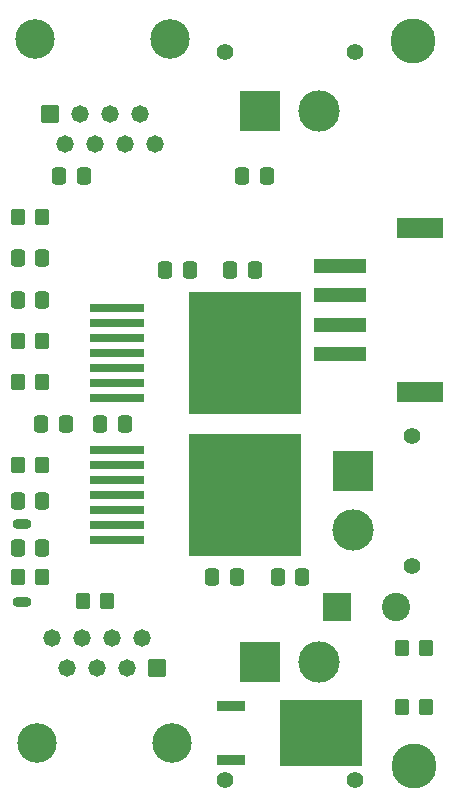
<source format=gbs>
%TF.GenerationSoftware,KiCad,Pcbnew,8.0.1-8.0.1-1~ubuntu22.04.1*%
%TF.CreationDate,2024-04-21T23:11:14-04:00*%
%TF.ProjectId,arm_drive_j2,61726d5f-6472-4697-9665-5f6a322e6b69,rev?*%
%TF.SameCoordinates,Original*%
%TF.FileFunction,Soldermask,Bot*%
%TF.FilePolarity,Negative*%
%FSLAX46Y46*%
G04 Gerber Fmt 4.6, Leading zero omitted, Abs format (unit mm)*
G04 Created by KiCad (PCBNEW 8.0.1-8.0.1-1~ubuntu22.04.1) date 2024-04-21 23:11:14*
%MOMM*%
%LPD*%
G01*
G04 APERTURE LIST*
G04 Aperture macros list*
%AMRoundRect*
0 Rectangle with rounded corners*
0 $1 Rounding radius*
0 $2 $3 $4 $5 $6 $7 $8 $9 X,Y pos of 4 corners*
0 Add a 4 corners polygon primitive as box body*
4,1,4,$2,$3,$4,$5,$6,$7,$8,$9,$2,$3,0*
0 Add four circle primitives for the rounded corners*
1,1,$1+$1,$2,$3*
1,1,$1+$1,$4,$5*
1,1,$1+$1,$6,$7*
1,1,$1+$1,$8,$9*
0 Add four rect primitives between the rounded corners*
20,1,$1+$1,$2,$3,$4,$5,0*
20,1,$1+$1,$4,$5,$6,$7,0*
20,1,$1+$1,$6,$7,$8,$9,0*
20,1,$1+$1,$8,$9,$2,$3,0*%
G04 Aperture macros list end*
%ADD10C,1.400000*%
%ADD11R,3.500000X3.500000*%
%ADD12C,3.500000*%
%ADD13O,1.600000X0.900000*%
%ADD14C,2.600000*%
%ADD15C,3.800000*%
%ADD16R,4.683400X0.762000*%
%ADD17R,9.557400X10.312400*%
%ADD18RoundRect,0.250000X0.350000X0.450000X-0.350000X0.450000X-0.350000X-0.450000X0.350000X-0.450000X0*%
%ADD19RoundRect,0.250000X0.337500X0.475000X-0.337500X0.475000X-0.337500X-0.475000X0.337500X-0.475000X0*%
%ADD20C,3.350000*%
%ADD21RoundRect,0.102000X-0.634000X-0.634000X0.634000X-0.634000X0.634000X0.634000X-0.634000X0.634000X0*%
%ADD22C,1.472000*%
%ADD23RoundRect,0.250000X-0.337500X-0.475000X0.337500X-0.475000X0.337500X0.475000X-0.337500X0.475000X0*%
%ADD24R,2.489200X0.939800*%
%ADD25R,7.016000X5.562600*%
%ADD26R,2.400000X2.400000*%
%ADD27C,2.400000*%
%ADD28RoundRect,0.250000X-0.350000X-0.450000X0.350000X-0.450000X0.350000X0.450000X-0.350000X0.450000X0*%
%ADD29R,3.911600X1.803400*%
%ADD30R,4.495800X1.295400*%
%ADD31RoundRect,0.102000X0.634000X0.634000X-0.634000X0.634000X-0.634000X-0.634000X0.634000X-0.634000X0*%
G04 APERTURE END LIST*
D10*
%TO.C,J8*%
X34000000Y-19000000D03*
X45000000Y-19000000D03*
D11*
X37000000Y-24000000D03*
D12*
X42000000Y-24000000D03*
%TD*%
D10*
%TO.C,J6*%
X45000000Y-80665000D03*
D11*
X37000000Y-70665000D03*
D10*
X34000000Y-80665000D03*
D12*
X42000000Y-70665000D03*
%TD*%
D13*
%TO.C,J1*%
X16825000Y-59000000D03*
X16825000Y-65600000D03*
%TD*%
D10*
%TO.C,J7*%
X49850000Y-51500000D03*
X49850000Y-62500000D03*
D11*
X44850000Y-54500000D03*
D12*
X44850000Y-59500000D03*
%TD*%
D14*
%TO.C,H3*%
X50000000Y-79500000D03*
D15*
X50000000Y-79500000D03*
%TD*%
D14*
%TO.C,H2*%
X49899999Y-18121321D03*
D15*
X49899999Y-18121321D03*
%TD*%
D16*
%TO.C,U5*%
X24841700Y-44500000D03*
X24841700Y-48310000D03*
X24841700Y-47040000D03*
X24841700Y-45770000D03*
X24841700Y-43230000D03*
X24841700Y-41960000D03*
X24841700Y-40690000D03*
D17*
X35721300Y-44500000D03*
%TD*%
D18*
%TO.C,R12*%
X18500000Y-33000000D03*
X16500000Y-33000000D03*
%TD*%
%TO.C,R8*%
X18500000Y-47000000D03*
X16500000Y-47000000D03*
%TD*%
D19*
%TO.C,C13*%
X20537500Y-50500000D03*
X18462500Y-50500000D03*
%TD*%
D20*
%TO.C,J3*%
X17946500Y-17880000D03*
X29378500Y-17880000D03*
D21*
X19217500Y-24230000D03*
D22*
X20487500Y-26770000D03*
X21757500Y-24230000D03*
X23027500Y-26770000D03*
X24297500Y-24230000D03*
X25567500Y-26770000D03*
X26837500Y-24230000D03*
X28107500Y-26770000D03*
%TD*%
D23*
%TO.C,C10*%
X23462500Y-50500000D03*
X25537500Y-50500000D03*
%TD*%
%TO.C,C12*%
X34462500Y-37500000D03*
X36537500Y-37500000D03*
%TD*%
D19*
%TO.C,C1*%
X22037500Y-29500000D03*
X19962500Y-29500000D03*
%TD*%
D18*
%TO.C,R9*%
X18500000Y-63500000D03*
X16500000Y-63500000D03*
%TD*%
D19*
%TO.C,C14*%
X18537500Y-36500000D03*
X16462500Y-36500000D03*
%TD*%
D24*
%TO.C,U3*%
X34500000Y-79000000D03*
D25*
X42122800Y-76714000D03*
D24*
X34500000Y-74428000D03*
%TD*%
D23*
%TO.C,C8*%
X28962500Y-37500000D03*
X31037500Y-37500000D03*
%TD*%
D26*
%TO.C,C6*%
X43500000Y-66000000D03*
D27*
X48500000Y-66000000D03*
%TD*%
D19*
%TO.C,C9*%
X18537500Y-57000000D03*
X16462500Y-57000000D03*
%TD*%
D18*
%TO.C,R1*%
X51000000Y-74500000D03*
X49000000Y-74500000D03*
%TD*%
D19*
%TO.C,C16*%
X18537500Y-40000000D03*
X16462500Y-40000000D03*
%TD*%
%TO.C,C11*%
X35000000Y-63500000D03*
X32925000Y-63500000D03*
%TD*%
D18*
%TO.C,R11*%
X18500000Y-54000000D03*
X16500000Y-54000000D03*
%TD*%
D28*
%TO.C,R2*%
X49000000Y-69500000D03*
X51000000Y-69500000D03*
%TD*%
D16*
%TO.C,U4*%
X24841700Y-56500000D03*
X24841700Y-60310000D03*
X24841700Y-59040000D03*
X24841700Y-57770000D03*
X24841700Y-55230000D03*
X24841700Y-53960000D03*
X24841700Y-52690000D03*
D17*
X35721300Y-56500000D03*
%TD*%
D19*
%TO.C,C7*%
X40537500Y-63500000D03*
X38462500Y-63500000D03*
%TD*%
D18*
%TO.C,R10*%
X18500000Y-43500000D03*
X16500000Y-43500000D03*
%TD*%
D29*
%TO.C,J9*%
X50541050Y-47810400D03*
X50541050Y-33910402D03*
D30*
X43751050Y-37110401D03*
X43751050Y-39610401D03*
X43751050Y-42110401D03*
X43751050Y-44610401D03*
%TD*%
D19*
%TO.C,C2*%
X37537500Y-29500000D03*
X35462500Y-29500000D03*
%TD*%
%TO.C,C15*%
X18537500Y-61000000D03*
X16462500Y-61000000D03*
%TD*%
D20*
%TO.C,J2*%
X29504055Y-77515000D03*
X18072055Y-77515000D03*
D31*
X28233055Y-71165000D03*
D22*
X26963055Y-68625000D03*
X25693055Y-71165000D03*
X24423055Y-68625000D03*
X23153055Y-71165000D03*
X21883055Y-68625000D03*
X20613055Y-71165000D03*
X19343055Y-68625000D03*
%TD*%
D18*
%TO.C,R7*%
X24000000Y-65500000D03*
X22000000Y-65500000D03*
%TD*%
M02*

</source>
